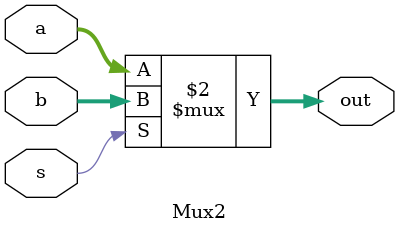
<source format=v>
`timescale 1ns / 1ps
module Mux2(
    input[1:0] a,
    input[1:0] b,
    input s,
    output[1:0] out
    );
	 
	 assign out = (s==1'b0) ? a : b;
	 


endmodule

</source>
